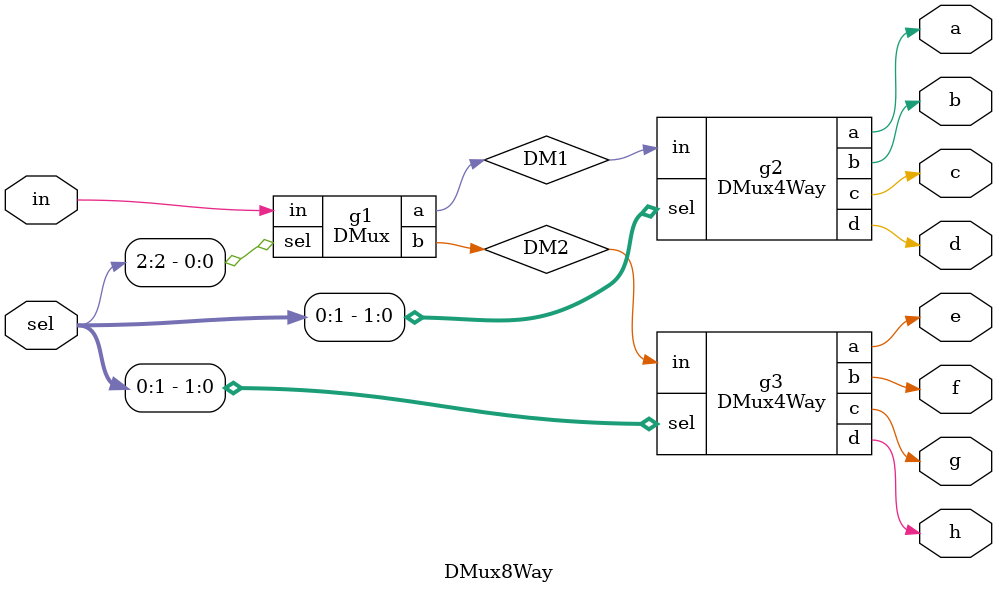
<source format=v>
`include "01gates.v"

module Mux(input a, b, sel, output out);
 Not g1(sel, Nsel);
 And g2(a, Nsel, aAndNsel);
 And g3(b, sel, bAndsel);
 Or g4(aAndNsel, bAndsel, out);
endmodule

module DMux(input in, sel, output a, b);
 Not g1(sel, Nsel);
 And g2(in, Nsel, a);
 And g3(in, sel, b);
endmodule

module Mux16(input[0:15] a, b, input sel, output[0:15] out);
 Mux g1(a[0], b[0], sel, out[0]);
 Mux g2(a[1], b[1], sel, out[1]);
 Mux g3(a[2], b[2], sel, out[2]);
 Mux g4(a[3], b[3], sel, out[3]);
 Mux g5(a[4], b[4], sel, out[4]);
 Mux g6(a[5], b[5], sel, out[5]);
 Mux g7(a[6], b[6], sel, out[6]);
 Mux g8(a[7], b[7], sel, out[7]);
 Mux g9(a[8], b[8], sel, out[8]);
 Mux g10(a[9], b[9], sel, out[9]);
 Mux g11(a[10], b[10], sel, out[10]);
 Mux g12(a[11], b[11], sel, out[11]);
 Mux g13(a[12], b[12], sel, out[12]);
 Mux g14(a[13], b[13], sel, out[13]);
 Mux g15(a[14], b[14], sel, out[14]);
 Mux g16(a[15], b[15], sel, out[15]);
endmodule

module Mux4Way16(input[0:15] a, b, c, d,input[0:1] sel, output[0:15] out);
// wire [0:15] aMux16b, cMux16d;   ???
 Mux16 g1(a, b, sel[0], aMux16b);
 Mux16 g2(c, d, sel[0], cMux16d);
 Mux16 g3(aMux16b, cMux16d, sel[1], out);
endmodule

module Mux8Way16(input[0:15] a, b, c, d, e, f, g ,h, input[0:2] sel, output[0:15] out);
 //wire [0:15] Max416abcd, Max416defg;   ???
 Mux4Way16 g1(a, b, c, d, sel[0:1], Max416abcd);
 Mux4Way16 g2(e, f, g, h, sel[0:1], Max416defg);
 Mux16 g3(Max416abcd, Max416defg, sel[2], out);
endmodule

module DMux4Way(input in, input[0:1] sel, output a, b, c, d);
 DMux g1(in, sel[1], DM1, DM2);
 DMux g2(DM1, sel[0], a, b);
 DMux g3(DM2, sel[0], c, d);
endmodule

module DMux8Way(input in, input[0:2] sel, output a, b, c, d, e, f, g ,h);
 DMux g1(in, sel[2], DM1, DM2);
 DMux4Way g2(DM1, sel[0:1], a, b, c, d);
 DMux4Way g3(DM2, sel[0:1], e, f, g, h);
endmodule
</source>
